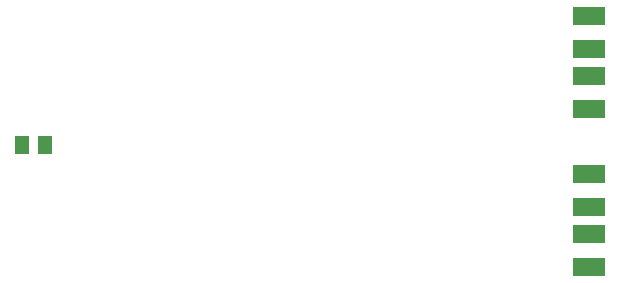
<source format=gbp>
G75*
%MOIN*%
%OFA0B0*%
%FSLAX25Y25*%
%IPPOS*%
%LPD*%
%AMOC8*
5,1,8,0,0,1.08239X$1,22.5*
%
%ADD10R,0.05118X0.05906*%
%ADD11R,0.10630X0.06299*%
D10*
X0020500Y0111840D03*
X0027980Y0111840D03*
D11*
X0209240Y0102352D03*
X0209240Y0091328D03*
X0209240Y0082352D03*
X0209240Y0071328D03*
X0209240Y0123828D03*
X0209240Y0134852D03*
X0209240Y0143828D03*
X0209240Y0154852D03*
M02*

</source>
